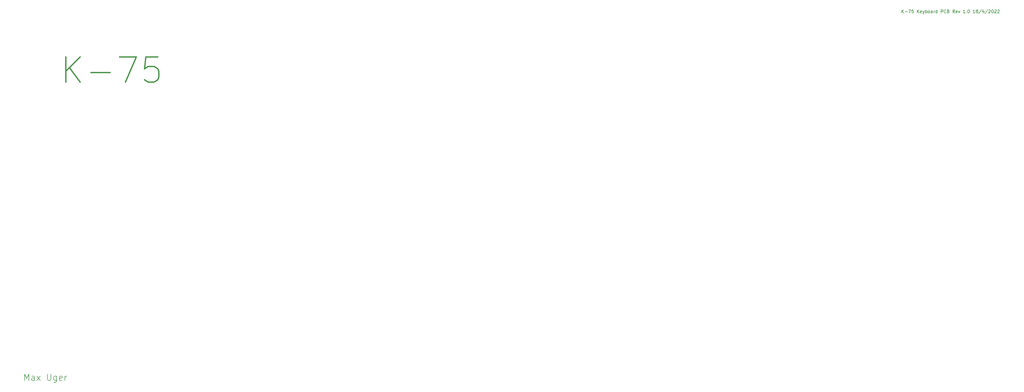
<source format=gbr>
G04 #@! TF.GenerationSoftware,KiCad,Pcbnew,(5.1.4)-1*
G04 #@! TF.CreationDate,2022-04-19T23:21:49-04:00*
G04 #@! TF.ProjectId,K-75,4b2d3735-2e6b-4696-9361-645f70636258,rev?*
G04 #@! TF.SameCoordinates,Original*
G04 #@! TF.FileFunction,Legend,Top*
G04 #@! TF.FilePolarity,Positive*
%FSLAX46Y46*%
G04 Gerber Fmt 4.6, Leading zero omitted, Abs format (unit mm)*
G04 Created by KiCad (PCBNEW (5.1.4)-1) date 2022-04-19 23:21:49*
%MOMM*%
%LPD*%
G04 APERTURE LIST*
%ADD10C,0.200000*%
%ADD11C,0.450000*%
%ADD12C,0.150000*%
G04 APERTURE END LIST*
D10*
X61627571Y-195214761D02*
X61627571Y-193214761D01*
X62294238Y-194643333D01*
X62960904Y-193214761D01*
X62960904Y-195214761D01*
X64770428Y-195214761D02*
X64770428Y-194167142D01*
X64675190Y-193976666D01*
X64484714Y-193881428D01*
X64103761Y-193881428D01*
X63913285Y-193976666D01*
X64770428Y-195119523D02*
X64579952Y-195214761D01*
X64103761Y-195214761D01*
X63913285Y-195119523D01*
X63818047Y-194929047D01*
X63818047Y-194738571D01*
X63913285Y-194548095D01*
X64103761Y-194452857D01*
X64579952Y-194452857D01*
X64770428Y-194357619D01*
X65532333Y-195214761D02*
X66579952Y-193881428D01*
X65532333Y-193881428D02*
X66579952Y-195214761D01*
X68865666Y-193214761D02*
X68865666Y-194833809D01*
X68960904Y-195024285D01*
X69056142Y-195119523D01*
X69246619Y-195214761D01*
X69627571Y-195214761D01*
X69818047Y-195119523D01*
X69913285Y-195024285D01*
X70008523Y-194833809D01*
X70008523Y-193214761D01*
X71818047Y-193881428D02*
X71818047Y-195500476D01*
X71722809Y-195690952D01*
X71627571Y-195786190D01*
X71437095Y-195881428D01*
X71151380Y-195881428D01*
X70960904Y-195786190D01*
X71818047Y-195119523D02*
X71627571Y-195214761D01*
X71246619Y-195214761D01*
X71056142Y-195119523D01*
X70960904Y-195024285D01*
X70865666Y-194833809D01*
X70865666Y-194262380D01*
X70960904Y-194071904D01*
X71056142Y-193976666D01*
X71246619Y-193881428D01*
X71627571Y-193881428D01*
X71818047Y-193976666D01*
X73532333Y-195119523D02*
X73341857Y-195214761D01*
X72960904Y-195214761D01*
X72770428Y-195119523D01*
X72675190Y-194929047D01*
X72675190Y-194167142D01*
X72770428Y-193976666D01*
X72960904Y-193881428D01*
X73341857Y-193881428D01*
X73532333Y-193976666D01*
X73627571Y-194167142D01*
X73627571Y-194357619D01*
X72675190Y-194548095D01*
X74484714Y-195214761D02*
X74484714Y-193881428D01*
X74484714Y-194262380D02*
X74579952Y-194071904D01*
X74675190Y-193976666D01*
X74865666Y-193881428D01*
X75056142Y-193881428D01*
D11*
X74741333Y-99631047D02*
X74741333Y-91631047D01*
X79312761Y-99631047D02*
X75884190Y-95059619D01*
X79312761Y-91631047D02*
X74741333Y-96202476D01*
X82741333Y-96583428D02*
X88836571Y-96583428D01*
X91884190Y-91631047D02*
X97217523Y-91631047D01*
X93788952Y-99631047D01*
X104074666Y-91631047D02*
X100265142Y-91631047D01*
X99884190Y-95440571D01*
X100265142Y-95059619D01*
X101027047Y-94678666D01*
X102931809Y-94678666D01*
X103693714Y-95059619D01*
X104074666Y-95440571D01*
X104455619Y-96202476D01*
X104455619Y-98107238D01*
X104074666Y-98869142D01*
X103693714Y-99250095D01*
X102931809Y-99631047D01*
X101027047Y-99631047D01*
X100265142Y-99250095D01*
X99884190Y-98869142D01*
D12*
X341957380Y-77541380D02*
X341957380Y-76541380D01*
X342528809Y-77541380D02*
X342100238Y-76969952D01*
X342528809Y-76541380D02*
X341957380Y-77112809D01*
X342957380Y-77160428D02*
X343719285Y-77160428D01*
X344100238Y-76541380D02*
X344766904Y-76541380D01*
X344338333Y-77541380D01*
X345624047Y-76541380D02*
X345147857Y-76541380D01*
X345100238Y-77017571D01*
X345147857Y-76969952D01*
X345243095Y-76922333D01*
X345481190Y-76922333D01*
X345576428Y-76969952D01*
X345624047Y-77017571D01*
X345671666Y-77112809D01*
X345671666Y-77350904D01*
X345624047Y-77446142D01*
X345576428Y-77493761D01*
X345481190Y-77541380D01*
X345243095Y-77541380D01*
X345147857Y-77493761D01*
X345100238Y-77446142D01*
X346862142Y-77541380D02*
X346862142Y-76541380D01*
X347433571Y-77541380D02*
X347005000Y-76969952D01*
X347433571Y-76541380D02*
X346862142Y-77112809D01*
X348243095Y-77493761D02*
X348147857Y-77541380D01*
X347957380Y-77541380D01*
X347862142Y-77493761D01*
X347814523Y-77398523D01*
X347814523Y-77017571D01*
X347862142Y-76922333D01*
X347957380Y-76874714D01*
X348147857Y-76874714D01*
X348243095Y-76922333D01*
X348290714Y-77017571D01*
X348290714Y-77112809D01*
X347814523Y-77208047D01*
X348624047Y-76874714D02*
X348862142Y-77541380D01*
X349100238Y-76874714D02*
X348862142Y-77541380D01*
X348766904Y-77779476D01*
X348719285Y-77827095D01*
X348624047Y-77874714D01*
X349481190Y-77541380D02*
X349481190Y-76541380D01*
X349481190Y-76922333D02*
X349576428Y-76874714D01*
X349766904Y-76874714D01*
X349862142Y-76922333D01*
X349909761Y-76969952D01*
X349957380Y-77065190D01*
X349957380Y-77350904D01*
X349909761Y-77446142D01*
X349862142Y-77493761D01*
X349766904Y-77541380D01*
X349576428Y-77541380D01*
X349481190Y-77493761D01*
X350528809Y-77541380D02*
X350433571Y-77493761D01*
X350385952Y-77446142D01*
X350338333Y-77350904D01*
X350338333Y-77065190D01*
X350385952Y-76969952D01*
X350433571Y-76922333D01*
X350528809Y-76874714D01*
X350671666Y-76874714D01*
X350766904Y-76922333D01*
X350814523Y-76969952D01*
X350862142Y-77065190D01*
X350862142Y-77350904D01*
X350814523Y-77446142D01*
X350766904Y-77493761D01*
X350671666Y-77541380D01*
X350528809Y-77541380D01*
X351719285Y-77541380D02*
X351719285Y-77017571D01*
X351671666Y-76922333D01*
X351576428Y-76874714D01*
X351385952Y-76874714D01*
X351290714Y-76922333D01*
X351719285Y-77493761D02*
X351624047Y-77541380D01*
X351385952Y-77541380D01*
X351290714Y-77493761D01*
X351243095Y-77398523D01*
X351243095Y-77303285D01*
X351290714Y-77208047D01*
X351385952Y-77160428D01*
X351624047Y-77160428D01*
X351719285Y-77112809D01*
X352195476Y-77541380D02*
X352195476Y-76874714D01*
X352195476Y-77065190D02*
X352243095Y-76969952D01*
X352290714Y-76922333D01*
X352385952Y-76874714D01*
X352481190Y-76874714D01*
X353243095Y-77541380D02*
X353243095Y-76541380D01*
X353243095Y-77493761D02*
X353147857Y-77541380D01*
X352957380Y-77541380D01*
X352862142Y-77493761D01*
X352814523Y-77446142D01*
X352766904Y-77350904D01*
X352766904Y-77065190D01*
X352814523Y-76969952D01*
X352862142Y-76922333D01*
X352957380Y-76874714D01*
X353147857Y-76874714D01*
X353243095Y-76922333D01*
X354481190Y-77541380D02*
X354481190Y-76541380D01*
X354862142Y-76541380D01*
X354957380Y-76589000D01*
X355005000Y-76636619D01*
X355052619Y-76731857D01*
X355052619Y-76874714D01*
X355005000Y-76969952D01*
X354957380Y-77017571D01*
X354862142Y-77065190D01*
X354481190Y-77065190D01*
X356052619Y-77446142D02*
X356005000Y-77493761D01*
X355862142Y-77541380D01*
X355766904Y-77541380D01*
X355624047Y-77493761D01*
X355528809Y-77398523D01*
X355481190Y-77303285D01*
X355433571Y-77112809D01*
X355433571Y-76969952D01*
X355481190Y-76779476D01*
X355528809Y-76684238D01*
X355624047Y-76589000D01*
X355766904Y-76541380D01*
X355862142Y-76541380D01*
X356005000Y-76589000D01*
X356052619Y-76636619D01*
X356814523Y-77017571D02*
X356957380Y-77065190D01*
X357005000Y-77112809D01*
X357052619Y-77208047D01*
X357052619Y-77350904D01*
X357005000Y-77446142D01*
X356957380Y-77493761D01*
X356862142Y-77541380D01*
X356481190Y-77541380D01*
X356481190Y-76541380D01*
X356814523Y-76541380D01*
X356909761Y-76589000D01*
X356957380Y-76636619D01*
X357005000Y-76731857D01*
X357005000Y-76827095D01*
X356957380Y-76922333D01*
X356909761Y-76969952D01*
X356814523Y-77017571D01*
X356481190Y-77017571D01*
X358814523Y-77541380D02*
X358481190Y-77065190D01*
X358243095Y-77541380D02*
X358243095Y-76541380D01*
X358624047Y-76541380D01*
X358719285Y-76589000D01*
X358766904Y-76636619D01*
X358814523Y-76731857D01*
X358814523Y-76874714D01*
X358766904Y-76969952D01*
X358719285Y-77017571D01*
X358624047Y-77065190D01*
X358243095Y-77065190D01*
X359624047Y-77493761D02*
X359528809Y-77541380D01*
X359338333Y-77541380D01*
X359243095Y-77493761D01*
X359195476Y-77398523D01*
X359195476Y-77017571D01*
X359243095Y-76922333D01*
X359338333Y-76874714D01*
X359528809Y-76874714D01*
X359624047Y-76922333D01*
X359671666Y-77017571D01*
X359671666Y-77112809D01*
X359195476Y-77208047D01*
X360005000Y-76874714D02*
X360243095Y-77541380D01*
X360481190Y-76874714D01*
X362147857Y-77541380D02*
X361576428Y-77541380D01*
X361862142Y-77541380D02*
X361862142Y-76541380D01*
X361766904Y-76684238D01*
X361671666Y-76779476D01*
X361576428Y-76827095D01*
X362576428Y-77446142D02*
X362624047Y-77493761D01*
X362576428Y-77541380D01*
X362528809Y-77493761D01*
X362576428Y-77446142D01*
X362576428Y-77541380D01*
X363243095Y-76541380D02*
X363338333Y-76541380D01*
X363433571Y-76589000D01*
X363481190Y-76636619D01*
X363528809Y-76731857D01*
X363576428Y-76922333D01*
X363576428Y-77160428D01*
X363528809Y-77350904D01*
X363481190Y-77446142D01*
X363433571Y-77493761D01*
X363338333Y-77541380D01*
X363243095Y-77541380D01*
X363147857Y-77493761D01*
X363100238Y-77446142D01*
X363052619Y-77350904D01*
X363005000Y-77160428D01*
X363005000Y-76922333D01*
X363052619Y-76731857D01*
X363100238Y-76636619D01*
X363147857Y-76589000D01*
X363243095Y-76541380D01*
X365290714Y-77541380D02*
X364719285Y-77541380D01*
X365005000Y-77541380D02*
X365005000Y-76541380D01*
X364909761Y-76684238D01*
X364814523Y-76779476D01*
X364719285Y-76827095D01*
X365862142Y-76969952D02*
X365766904Y-76922333D01*
X365719285Y-76874714D01*
X365671666Y-76779476D01*
X365671666Y-76731857D01*
X365719285Y-76636619D01*
X365766904Y-76589000D01*
X365862142Y-76541380D01*
X366052619Y-76541380D01*
X366147857Y-76589000D01*
X366195476Y-76636619D01*
X366243095Y-76731857D01*
X366243095Y-76779476D01*
X366195476Y-76874714D01*
X366147857Y-76922333D01*
X366052619Y-76969952D01*
X365862142Y-76969952D01*
X365766904Y-77017571D01*
X365719285Y-77065190D01*
X365671666Y-77160428D01*
X365671666Y-77350904D01*
X365719285Y-77446142D01*
X365766904Y-77493761D01*
X365862142Y-77541380D01*
X366052619Y-77541380D01*
X366147857Y-77493761D01*
X366195476Y-77446142D01*
X366243095Y-77350904D01*
X366243095Y-77160428D01*
X366195476Y-77065190D01*
X366147857Y-77017571D01*
X366052619Y-76969952D01*
X367385952Y-76493761D02*
X366528809Y-77779476D01*
X368147857Y-76874714D02*
X368147857Y-77541380D01*
X367909761Y-76493761D02*
X367671666Y-77208047D01*
X368290714Y-77208047D01*
X369385952Y-76493761D02*
X368528809Y-77779476D01*
X369671666Y-76636619D02*
X369719285Y-76589000D01*
X369814523Y-76541380D01*
X370052619Y-76541380D01*
X370147857Y-76589000D01*
X370195476Y-76636619D01*
X370243095Y-76731857D01*
X370243095Y-76827095D01*
X370195476Y-76969952D01*
X369624047Y-77541380D01*
X370243095Y-77541380D01*
X370862142Y-76541380D02*
X370957380Y-76541380D01*
X371052619Y-76589000D01*
X371100238Y-76636619D01*
X371147857Y-76731857D01*
X371195476Y-76922333D01*
X371195476Y-77160428D01*
X371147857Y-77350904D01*
X371100238Y-77446142D01*
X371052619Y-77493761D01*
X370957380Y-77541380D01*
X370862142Y-77541380D01*
X370766904Y-77493761D01*
X370719285Y-77446142D01*
X370671666Y-77350904D01*
X370624047Y-77160428D01*
X370624047Y-76922333D01*
X370671666Y-76731857D01*
X370719285Y-76636619D01*
X370766904Y-76589000D01*
X370862142Y-76541380D01*
X371576428Y-76636619D02*
X371624047Y-76589000D01*
X371719285Y-76541380D01*
X371957380Y-76541380D01*
X372052619Y-76589000D01*
X372100238Y-76636619D01*
X372147857Y-76731857D01*
X372147857Y-76827095D01*
X372100238Y-76969952D01*
X371528809Y-77541380D01*
X372147857Y-77541380D01*
X372528809Y-76636619D02*
X372576428Y-76589000D01*
X372671666Y-76541380D01*
X372909761Y-76541380D01*
X373005000Y-76589000D01*
X373052619Y-76636619D01*
X373100238Y-76731857D01*
X373100238Y-76827095D01*
X373052619Y-76969952D01*
X372481190Y-77541380D01*
X373100238Y-77541380D01*
M02*

</source>
